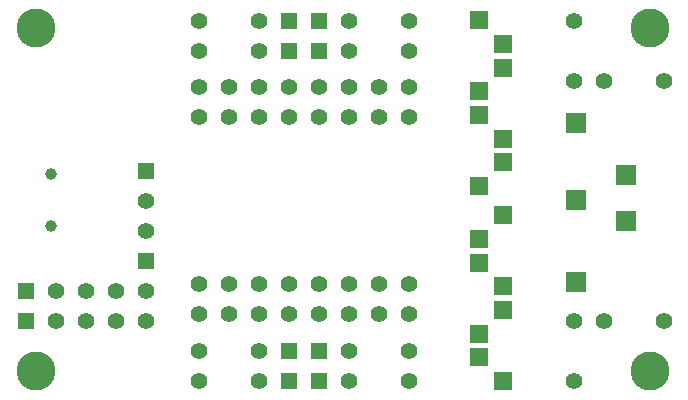
<source format=gbs>
G75*
G70*
%OFA0B0*%
%FSLAX24Y24*%
%IPPOS*%
%LPD*%
%AMOC8*
5,1,8,0,0,1.08239X$1,22.5*
%
%ADD10C,0.1300*%
%ADD11C,0.0394*%
%ADD12R,0.0555X0.0555*%
%ADD13C,0.0555*%
%ADD14R,0.0631X0.0631*%
%ADD15R,0.0709X0.0709*%
D10*
X005969Y004991D03*
X005969Y016409D03*
X026442Y016409D03*
X026442Y004991D03*
D11*
X006461Y009834D03*
X006461Y011566D03*
D12*
X009644Y011667D03*
X009644Y008667D03*
X005644Y007667D03*
X005644Y006667D03*
X014394Y005667D03*
X015394Y005667D03*
X015394Y004667D03*
X014394Y004667D03*
X014394Y015667D03*
X015394Y015667D03*
X015394Y016667D03*
X014394Y016667D03*
D13*
X013394Y016667D03*
X013394Y015667D03*
X013394Y014454D03*
X012394Y014454D03*
X011394Y014454D03*
X011394Y013454D03*
X012394Y013454D03*
X013394Y013454D03*
X014394Y013454D03*
X015394Y013454D03*
X016394Y013454D03*
X017394Y013454D03*
X018394Y013454D03*
X018394Y014454D03*
X017394Y014454D03*
X016394Y014454D03*
X015394Y014454D03*
X014394Y014454D03*
X016394Y015667D03*
X016394Y016667D03*
X018394Y016667D03*
X018394Y015667D03*
X023894Y016667D03*
X023894Y014667D03*
X024894Y014667D03*
X026894Y014667D03*
X018394Y007879D03*
X017394Y007879D03*
X016394Y007879D03*
X015394Y007879D03*
X014394Y007879D03*
X013394Y007879D03*
X012394Y007879D03*
X011394Y007879D03*
X011394Y006879D03*
X012394Y006879D03*
X013394Y006879D03*
X014394Y006879D03*
X015394Y006879D03*
X016394Y006879D03*
X017394Y006879D03*
X018394Y006879D03*
X018394Y005667D03*
X018394Y004667D03*
X016394Y004667D03*
X016394Y005667D03*
X013394Y005667D03*
X013394Y004667D03*
X011394Y004667D03*
X011394Y005667D03*
X009644Y006667D03*
X008644Y006667D03*
X007644Y006667D03*
X007644Y007667D03*
X008644Y007667D03*
X009644Y007667D03*
X009644Y009667D03*
X009644Y010667D03*
X006644Y007667D03*
X006644Y006667D03*
X011394Y015667D03*
X011394Y016667D03*
X023894Y006667D03*
X024894Y006667D03*
X026894Y006667D03*
X023894Y004667D03*
D14*
X021538Y004661D03*
X020751Y005448D03*
X020751Y006236D03*
X021538Y007023D03*
X021538Y007810D03*
X020751Y008598D03*
X020751Y009385D03*
X021538Y010173D03*
X020751Y011161D03*
X021538Y011948D03*
X021538Y012736D03*
X020751Y013523D03*
X020751Y014310D03*
X021538Y015098D03*
X021538Y015885D03*
X020751Y016673D03*
D15*
X023981Y013259D03*
X025654Y011526D03*
X023981Y010700D03*
X025654Y009981D03*
X023981Y007944D03*
M02*

</source>
